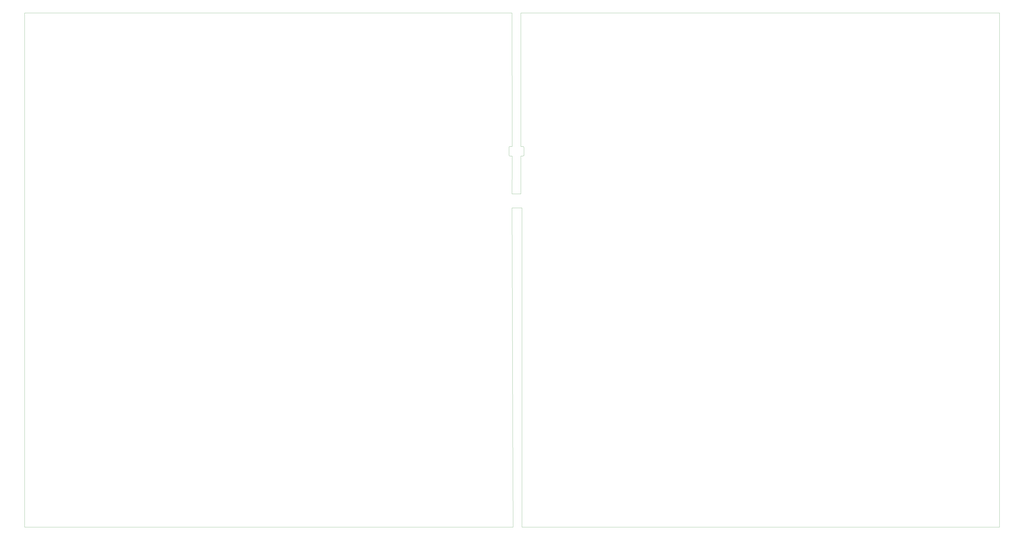
<source format=gbr>
%TF.GenerationSoftware,KiCad,Pcbnew,6.0.9-8da3e8f707~117~ubuntu20.04.1*%
%TF.CreationDate,2022-12-05T03:41:19+01:00*%
%TF.ProjectId,Europe-ergo,4575726f-7065-42d6-9572-676f2e6b6963,rev?*%
%TF.SameCoordinates,Original*%
%TF.FileFunction,Profile,NP*%
%FSLAX46Y46*%
G04 Gerber Fmt 4.6, Leading zero omitted, Abs format (unit mm)*
G04 Created by KiCad (PCBNEW 6.0.9-8da3e8f707~117~ubuntu20.04.1) date 2022-12-05 03:41:19*
%MOMM*%
%LPD*%
G01*
G04 APERTURE LIST*
%TA.AperFunction,Profile*%
%ADD10C,0.100000*%
%TD*%
%TA.AperFunction,Profile*%
%ADD11C,0.120000*%
%TD*%
G04 APERTURE END LIST*
D10*
X308500000Y-116500000D02*
X309000000Y-263000000D01*
X308500000Y-116500000D02*
X313000000Y-116500000D01*
X312500000Y-27000000D02*
X312540000Y-84000000D01*
X85000000Y-27000000D02*
X308500000Y-27000000D01*
X532000000Y-263000000D02*
X532000000Y-27000000D01*
X308500000Y-110000000D02*
X312500000Y-110000000D01*
X85000000Y-263000000D02*
X85000000Y-27000000D01*
X532000000Y-27000000D02*
X312500000Y-27000000D01*
X313000000Y-116500000D02*
X313000000Y-263000000D01*
X312500000Y-110000000D02*
X312540000Y-97000000D01*
X313000000Y-263000000D02*
X532000000Y-263000000D01*
X308500000Y-27000000D02*
X308540000Y-84000000D01*
X308540000Y-97000000D02*
X308500000Y-110000000D01*
X309000000Y-263000000D02*
X85000000Y-263000000D01*
D11*
%TO.C,J1*%
X313940000Y-88700000D02*
X313940000Y-92300000D01*
X313540000Y-92700000D02*
X312540000Y-92700000D01*
X312540000Y-92700000D02*
X312540000Y-97000000D01*
X313540000Y-88300000D02*
X312540000Y-88300000D01*
X312540000Y-88300000D02*
X312540000Y-84000000D01*
X313540000Y-92700000D02*
G75*
G03*
X313940000Y-92300000I-2J400002D01*
G01*
X313940000Y-88700000D02*
G75*
G03*
X313540000Y-88300000I-400000J0D01*
G01*
%TO.C,J2*%
X308540000Y-88300000D02*
X308540000Y-84000000D01*
X308540000Y-92700000D02*
X308540000Y-97000000D01*
X307540000Y-88300000D02*
X308540000Y-88300000D01*
X307140000Y-92300000D02*
X307140000Y-88700000D01*
X307540000Y-92700000D02*
X308540000Y-92700000D01*
X307140000Y-92300000D02*
G75*
G03*
X307540000Y-92700000I400000J0D01*
G01*
X307540000Y-88300000D02*
G75*
G03*
X307140000Y-88700000I2J-400002D01*
G01*
%TD*%
M02*

</source>
